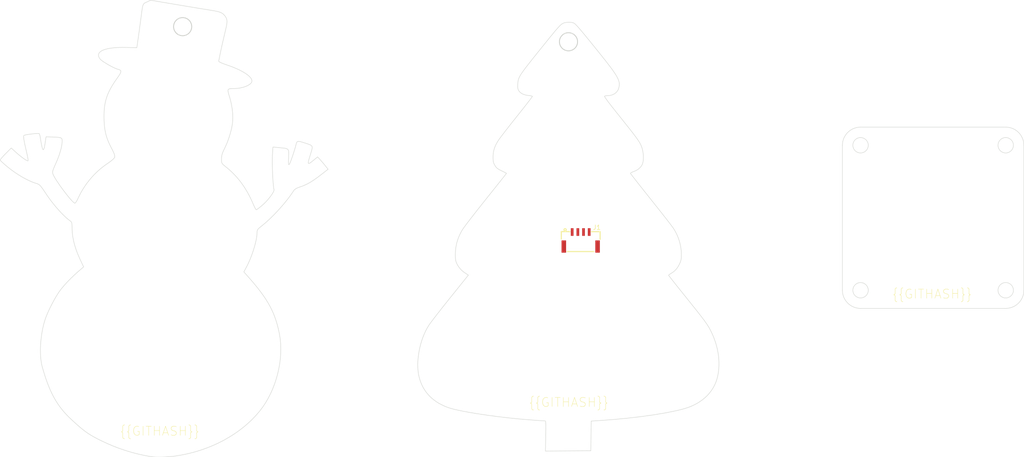
<source format=kicad_pcb>
(kicad_pcb (version 20221018) (generator pcbnew)
  (layers (0 "F.Cu" signal) (31 "B.Cu" signal) (34 "B.Paste" user) (35 "F.Paste" user) (36 "B.SilkS" user "B.Silkscreen") (37 "F.SilkS" user "F.Silkscreen") (38 "B.Mask" user) (39 "F.Mask" user) (44 "Edge.Cuts" user))
  (net 0 "")
  (net 1 "gnd")
  (net 2 "canl")
  (net 3 "canh")
  (net 4 "vcc")
  (footprint "lib:CONN-SMD_4P-P1.25_SM04B-GHS-TB-LF-SN" (layer "F.Cu") (at 163.92 102.54)
    (fp_text reference "J1" (at 3.5567 -2.607997) (layer "F.SilkS"))
    (fp_text value "")
    (fp_line (start -4.27 -1.69) (end -4.27 -0.04) (stroke (width 0.25)) (layer "F.SilkS"))
    (fp_line (start -3 2.71) (end 2.92 2.71) (stroke (width 0.25)) (layer "F.SilkS"))
    (fp_line (start -2.36 -1.69) (end -4.27 -1.69) (stroke (width 0.25)) (layer "F.SilkS"))
    (fp_line (start 2.34 -1.68) (end 4.28 -1.68) (stroke (width 0.25)) (layer "F.SilkS"))
    (fp_line (start 4.28 -1.68) (end 4.28 0.02) (stroke (width 0.25)) (layer "F.SilkS"))
    (fp_circle (center -3.44 -2.1) (end -3.32 -2.1) (stroke (width 0.25)) (fill none) (layer "F.SilkS"))
    (pad "1" smd rect (at -1.88 -1.6) (size 0.6 1.7) (layers "F.Cu" "F.Paste" "F.Mask") (net 4 "vcc"))
    (pad "2" smd rect (at -0.63 -1.6) (size 0.6 1.7) (layers "F.Cu" "F.Paste" "F.Mask") (net 3 "canh"))
    (pad "3" smd rect (at 0.62 -1.6) (size 0.6 1.7) (layers "F.Cu" "F.Paste" "F.Mask") (net 2 "canl"))
    (pad "4" smd rect (at 1.87 -1.6) (size 0.6 1.7) (layers "F.Cu" "F.Paste" "F.Mask") (net 1 "gnd"))
    (pad "5" smd rect (at 3.72 1.6) (size 1 2.7) (layers "F.Cu" "F.Paste" "F.Mask"))
    (pad "6" smd rect (at -3.72 1.6) (size 1 2.7) (layers "F.Cu" "F.Paste" "F.Mask"))
  )
  (gr_circle (center 225.62 81.79) (end 227.32 81.79) (stroke (width 0.1)) (fill none) (layer "Edge.Cuts"))
  (gr_circle (center 257.62 113.79) (end 259.32 113.79) (stroke (width 0.1)) (fill none) (layer "Edge.Cuts"))
  (gr_circle (center 257.62 81.79) (end 259.32 81.79) (stroke (width 0.1)) (fill none) (layer "Edge.Cuts"))
  (gr_poly (pts (xy 75.142222 50.797022) (xy 79.756606 51.568267) (xy 82.366969 51.99203) (xy 83.019066 52.095762) (xy 83.303876 52.146979) (xy 83.563537 52.198618) (xy 83.799806 52.251323) (xy 84.01444 52.305736) (xy 84.209196 52.362498) (xy 84.385831 52.422252) (xy 84.546102 52.485641) (xy 84.691766 52.553306) (xy 84.824581 52.62589) (xy 84.946303 52.704035) (xy 85.05869 52.788383) (xy 85.163499 52.879577) (xy 85.262486 52.978258) (xy 85.357409 53.08507) (xy 85.479286 53.234958) (xy 85.586233 53.378736) (xy 85.634185 53.44915) (xy 85.678498 53.519015) (xy 85.719202 53.588656) (xy 85.75633 53.658402) (xy 85.789911 53.728576) (xy 85.819976 53.799506) (xy 85.846558 53.871517) (xy 85.869686 53.944936) (xy 85.889392 54.020089) (xy 85.905707 54.097301) (xy 85.918662 54.176899) (xy 85.928287 54.259209) (xy 85.934615 54.344557) (xy 85.937675 54.433269) (xy 85.937499 54.525672) (xy 85.934119 54.62209) (xy 85.927564 54.722851) (xy 85.917866 54.82828) (xy 85.889166 55.054449) (xy 85.848266 55.303204) (xy 85.795414 55.577155) (xy 85.730859 55.878909) (xy 85.654849 56.211077) (xy 84.878546 59.55341) (xy 84.657875 60.550977) (xy 84.450892 61.532488) (xy 84.331406 62.116419) (xy 84.229648 62.629765) (xy 84.15639 63.017063) (xy 84.122409 63.222849) (xy 84.123062 63.236814) (xy 84.127967 63.251873) (xy 84.137065 63.268001) (xy 84.150302 63.285171) (xy 84.167619 63.303357) (xy 84.188962 63.322534) (xy 84.214273 63.342674) (xy 84.243497 63.363751) (xy 84.313454 63.408613) (xy 84.398381 63.456909) (xy 84.497828 63.50843) (xy 84.611342 63.562966) (xy 84.738473 63.620306) (xy 84.878767 63.680241) (xy 85.031775 63.742561) (xy 85.197043 63.807056) (xy 85.374121 63.873515) (xy 85.562558 63.94173) (xy 85.7619 64.011489) (xy 85.971698 64.082583) (xy 86.585981 64.296029) (xy 87.172975 64.516947) (xy 87.730729 64.744054) (xy 88.257293 64.976069) (xy 88.75072 65.211708) (xy 89.209058 65.449689) (xy 89.63036 65.68873) (xy 90.012676 65.927548) (xy 90.354056 66.16486) (xy 90.652552 66.399385) (xy 90.906214 66.629839) (xy 91.113092 66.85494) (xy 91.271238 67.073405) (xy 91.378702 67.283953) (xy 91.412819 67.385857) (xy 91.433535 67.485301) (xy 91.440605 67.582123) (xy 91.433787 67.676165) (xy 91.41712 67.753004) (xy 91.390362 67.829368) (xy 91.35383 67.905131) (xy 91.307839 67.980165) (xy 91.252707 68.054343) (xy 91.188749 68.12754) (xy 91.116281 68.199626) (xy 91.03562 68.270477) (xy 90.947082 68.339964) (xy 90.850984 68.407961) (xy 90.747641 68.47434) (xy 90.637371 68.538975) (xy 90.520488 68.601739) (xy 90.39731 68.662505) (xy 90.268153 68.721145) (xy 90.133332 68.777534) (xy 89.993165 68.831543) (xy 89.847967 68.883047) (xy 89.543745 68.978027) (xy 89.223197 69.06146) (xy 88.888852 69.132329) (xy 88.54324 69.189618) (xy 88.188892 69.232313) (xy 88.009232 69.24787) (xy 87.828337 69.259397) (xy 87.646523 69.266767) (xy 87.464106 69.269854) (xy 87.202959 69.272042) (xy 86.97453 69.277492) (xy 86.777472 69.288473) (xy 86.690288 69.296746) (xy 86.610443 69.307253) (xy 86.537768 69.320276) (xy 86.472096 69.3361) (xy 86.413258 69.355009) (xy 86.361087 69.377285) (xy 86.315414 69.403211) (xy 86.276071 69.433073) (xy 86.24289 69.467154) (xy 86.215703 69.505736) (xy 86.194342 69.549103) (xy 86.178638 69.59754) (xy 86.168424 69.65133) (xy 86.163532 69.710755) (xy 86.163793 69.776101) (xy 86.169039 69.847649) (xy 86.179102 69.925685) (xy 86.193814 70.010491) (xy 86.236514 70.20155) (xy 86.295792 70.423093) (xy 86.370304 70.677389) (xy 86.458705 70.966708) (xy 86.582128 71.384478) (xy 86.694998 71.803093) (xy 86.797211 72.221567) (xy 86.888665 72.638919) (xy 86.969257 73.054166) (xy 87.038885 73.466323) (xy 87.097447 73.874409) (xy 87.144838 74.277439) (xy 87.180958 74.674432) (xy 87.205702 75.064404) (xy 87.21897 75.446371) (xy 87.220657 75.819352) (xy 87.210662 76.182361) (xy 87.188881 76.534418) (xy 87.155212 76.874538) (xy 87.109553 77.201739) (xy 86.986123 77.871628) (xy 86.830027 78.558912) (xy 86.643845 79.255662) (xy 86.430157 79.953949) (xy 86.19154 80.645848) (xy 85.930575 81.323429) (xy 85.649841 81.978766) (xy 85.351916 82.60393) (xy 85.189192 82.938586) (xy 85.118752 83.093315) (xy 85.055229 83.240939) (xy 84.998352 83.382431) (xy 84.947849 83.518761) (xy 84.903447 83.650903) (xy 84.864875 83.779828) (xy 84.831859 83.906506) (xy 84.804129 84.031911) (xy 84.781412 84.157013) (xy 84.763435 84.282785) (xy 84.749927 84.410197) (xy 84.740615 84.540223) (xy 84.735228 84.673833) (xy 84.733493 84.811999) (xy 84.736223 85.129082) (xy 84.741369 85.261496) (xy 84.750575 85.379459) (xy 84.764997 85.485194) (xy 84.774524 85.534172) (xy 84.785789 85.580928) (xy 84.798934 85.625739) (xy 84.814106 85.668884) (xy 84.831447 85.710641) (xy 84.851104 85.751288) (xy 84.873219 85.791103) (xy 84.897937 85.830364) (xy 84.925403 85.869349) (xy 84.955761 85.908337) (xy 84.989155 85.947605) (xy 85.02573 85.987432) (xy 85.109 86.069873) (xy 85.206725 86.157886) (xy 85.320061 86.253696) (xy 85.598185 86.477602) (xy 86.096863 86.886277) (xy 86.577755 87.306529) (xy 87.04138 87.739064) (xy 87.488258 88.184586) (xy 87.918909 88.6438) (xy 88.333852 89.117412) (xy 88.733607 89.606125) (xy 89.118694 90.110646) (xy 89.489632 90.631678) (xy 89.846941 91.169927) (xy 90.19114 91.726098) (xy 90.52275 92.300895) (xy 90.84229 92.895024) (xy 91.150279 93.509189) (xy 91.447237 94.144095) (xy 91.733683 94.800448) (xy 91.84059 95.047283) (xy 91.945802 95.277558) (xy 92.046625 95.486234) (xy 92.140364 95.668271) (xy 92.224324 95.818627) (xy 92.295813 95.932265) (xy 92.326039 95.973739) (xy 92.352136 96.004143) (xy 92.373767 96.022848) (xy 92.382804 96.027616) (xy 92.390597 96.029223) (xy 92.399173 96.028006) (xy 92.410522 96.024397) (xy 92.441219 96.010237) (xy 92.482045 95.987221) (xy 92.53236 95.955824) (xy 92.591521 95.916524) (xy 92.658887 95.869798) (xy 92.815666 95.755976) (xy 92.997564 95.618173) (xy 93.199447 95.460204) (xy 93.416182 95.285885) (xy 93.642634 95.099032) (xy 93.891007 94.882848) (xy 94.141366 94.648628) (xy 94.390948 94.400061) (xy 94.636991 94.140836) (xy 94.87673 93.874641) (xy 95.107403 93.605164) (xy 95.326247 93.336095) (xy 95.530498 93.071122) (xy 95.717394 92.813933) (xy 95.884171 92.568218) (xy 96.028066 92.337665) (xy 96.146316 92.125962) (xy 96.236159 91.936798) (xy 96.294829 91.773863) (xy 96.311612 91.703383) (xy 96.319566 91.640844) (xy 96.318345 91.586706) (xy 96.307605 91.54143) (xy 96.264441 91.378418) (xy 96.221593 91.121805) (xy 96.138989 90.373142) (xy 96.064068 89.386161) (xy 96.001109 88.251583) (xy 95.954389 87.060129) (xy 95.928186 85.902519) (xy 95.926777 84.869474) (xy 95.95444 84.051714) (xy 96.07471 82.177477) (xy 97.36716 82.304781) (xy 98.13507 82.379263) (xy 98.441266 82.413109) (xy 98.700599 82.449744) (xy 98.916803 82.492956) (xy 99.009898 82.518212) (xy 99.09361 82.546534) (xy 99.168406 82.578395) (xy 99.234753 82.614268) (xy 99.293117 82.654627) (xy 99.343964 82.699946) (xy 99.387763 82.750698) (xy 99.424978 82.807357) (xy 99.456076 82.870396) (xy 99.481525 82.94029) (xy 99.501791 83.017511) (xy 99.51734 83.102533) (xy 99.536155 83.297877) (xy 99.541702 83.530109) (xy 99.537716 83.803018) (xy 99.51607 84.486025) (xy 99.501811 85.019341) (xy 99.495778 85.429631) (xy 99.49953 85.727933) (xy 99.505563 85.838537) (xy 99.514626 85.925284) (xy 99.526915 85.989553) (xy 99.542625 86.032723) (xy 99.551823 86.046828) (xy 99.56195 86.056175) (xy 99.573029 86.060938) (xy 99.585085 86.061289) (xy 99.612224 86.049443) (xy 99.643564 86.022019) (xy 99.679299 85.980395) (xy 99.719623 85.925951) (xy 99.770963 85.835961) (xy 99.83738 85.6921) (xy 100.00736 85.267042) (xy 100.213404 84.699332) (xy 100.439353 84.037526) (xy 100.669049 83.330178) (xy 100.886332 82.625845) (xy 101.075044 81.973082) (xy 101.219027 81.420443) (xy 101.232451 81.367288) (xy 101.246658 81.317349) (xy 101.261814 81.270604) (xy 101.278084 81.227032) (xy 101.295634 81.186611) (xy 101.314631 81.149321) (xy 101.33524 81.115138) (xy 101.357628 81.084043) (xy 101.381959 81.056013) (xy 101.4084 81.031027) (xy 101.437117 81.009064) (xy 101.468275 80.990102) (xy 101.502041 80.974119) (xy 101.538581 80.961095) (xy 101.578059 80.951007) (xy 101.620643 80.943835) (xy 101.666497 80.939556) (xy 101.715788 80.938149) (xy 101.768682 80.939594) (xy 101.825345 80.943867) (xy 101.885942 80.950949) (xy 101.950639 80.960817) (xy 102.019603 80.97345) (xy 102.092998 80.988826) (xy 102.170992 81.006924) (xy 102.253749 81.027723) (xy 102.434219 81.077337) (xy 102.635734 81.137495) (xy 102.859622 81.208025) (xy 103.581471 81.438726) (xy 103.868146 81.535185) (xy 104.108644 81.625316) (xy 104.212356 81.669476) (xy 104.305459 81.713816) (xy 104.388264 81.758923) (xy 104.461082 81.805384) (xy 104.524226 81.853787) (xy 104.578006 81.904719) (xy 104.622735 81.958768) (xy 104.658725 82.01652) (xy 104.686285 82.078563) (xy 104.705729 82.145484) (xy 104.717368 82.217871) (xy 104.721513 82.296311) (xy 104.718476 82.381392) (xy 104.708568 82.4737) (xy 104.692102 82.573823) (xy 104.669388 82.682348) (xy 104.606464 82.926954) (xy 104.522289 83.212218) (xy 104.300158 83.92351) (xy 104.076968 84.658354) (xy 103.993442 84.95378) (xy 103.929762 85.203046) (xy 103.886777 85.407528) (xy 103.865337 85.568604) (xy 103.862962 85.633296) (xy 103.866292 85.687652) (xy 103.875434 85.731846) (xy 103.890492 85.766049) (xy 103.911574 85.790433) (xy 103.938786 85.805172) (xy 103.972234 85.810436) (xy 104.012025 85.806398) (xy 104.058263 85.79323) (xy 104.111056 85.771105) (xy 104.236732 85.700671) (xy 104.3899 85.596472) (xy 104.571411 85.459887) (xy 105.02286 85.095065) (xy 105.918216 84.355181) (xy 106.388476 84.86751) (xy 106.496975 84.987739) (xy 106.625318 85.133369) (xy 106.92254 85.478508) (xy 107.242155 85.858286) (xy 107.546176 86.22806) (xy 108.2336 87.076296) (xy 106.72333 88.254687) (xy 106.031007 88.783192) (xy 105.392025 89.245391) (xy 105.089314 89.453516) (xy 104.796071 89.647331) (xy 104.511007 89.827593) (xy 104.232833 89.995056) (xy 103.960259 90.150478) (xy 103.691998 90.294613) (xy 103.426759 90.428217) (xy 103.163254 90.552046) (xy 102.900193 90.666855) (xy 102.636288 90.773401) (xy 102.370249 90.872439) (xy 102.100787 90.964724) (xy 101.955978 91.013649) (xy 101.818902 91.062832) (xy 101.689432 91.112348) (xy 101.567439 91.162273) (xy 101.452795 91.212683) (xy 101.345371 91.263651) (xy 101.245039 91.315254) (xy 101.151671 91.367567) (xy 101.065138 91.420665) (xy 100.985313 91.474624) (xy 100.912065 91.529517) (xy 100.845269 91.585421) (xy 100.784794 91.642412) (xy 100.730512 91.700563) (xy 100.682296 91.759951) (xy 100.640017 91.82065) (xy 100.313962 92.312951) (xy 99.958065 92.82026) (xy 99.575318 93.339289) (xy 99.168711 93.866747) (xy 98.741234 94.399346) (xy 98.295878 94.933795) (xy 97.835635 95.466804) (xy 97.363494 95.995083) (xy 96.882446 96.515343) (xy 96.395482 97.024295) (xy 95.905593 97.518647) (xy 95.415769 97.995111) (xy 94.929002 98.450396) (xy 94.44828 98.881213) (xy 93.976596 99.284272) (xy 93.51694 99.656283) (xy 93.364132 99.777198) (xy 93.228349 99.887118) (xy 93.108601 99.987555) (xy 93.003899 100.080022) (xy 92.913256 100.166032) (xy 92.835682 100.247098) (xy 92.770188 100.324733) (xy 92.741662 100.362737) (xy 92.715786 100.40045) (xy 92.692435 100.438062) (xy 92.671487 100.475762) (xy 92.652817 100.513738) (xy 92.636302 100.552181) (xy 92.621819 100.591279) (xy 92.609244 100.631221) (xy 92.589322 100.714395) (xy 92.575548 100.803215) (xy 92.566934 100.899195) (xy 92.56249 101.003847) (xy 92.561229 101.118685) (xy 92.548214 101.459191) (xy 92.510172 101.840399) (xy 92.448603 102.257479) (xy 92.365007 102.705605) (xy 92.260885 103.179948) (xy 92.137739 103.675679) (xy 91.997068 104.187971) (xy 91.840373 104.711996) (xy 91.669155 105.242926) (xy 91.484915 105.775933) (xy 91.289154 106.306188) (xy 91.083372 106.828864) (xy 90.86907 107.339132) (xy 90.647749 107.832164) (xy 90.420909 108.303133) (xy 90.190051 108.74721) (xy 89.658061 109.729433) (xy 90.799319 111.025652) (xy 91.552256 111.894452) (xy 92.247519 112.726345) (xy 92.887901 113.52649) (xy 93.476195 114.300047) (xy 94.015193 115.052178) (xy 94.507688 115.788042) (xy 94.956473 116.5128) (xy 95.364341 117.231612) (xy 95.734083 117.949638) (xy 96.068493 118.672038) (xy 96.370364 119.403974) (xy 96.642488 120.150605) (xy 96.887657 120.917091) (xy 97.108665 121.708593) (xy 97.308304 122.530271) (xy 97.489367 123.387286) (xy 97.659586 124.435519) (xy 97.764545 125.512723) (xy 97.805707 126.613102) (xy 97.784533 127.73086) (xy 97.702485 128.860202) (xy 97.561026 129.995332) (xy 97.361618 131.130454) (xy 97.105722 132.259774) (xy 96.794801 133.377494) (xy 96.430316 134.47782) (xy 96.01373 135.554956) (xy 95.546505 136.603107) (xy 95.030102 137.616476) (xy 94.465984 138.589268) (xy 93.855613 139.515689) (xy 93.20045 140.389941) (xy 92.386005 141.350273) (xy 91.510226 142.273552) (xy 90.576227 143.158109) (xy 89.587122 144.002278) (xy 88.546024 144.80439) (xy 87.456048 145.562779) (xy 86.320308 146.275777) (xy 85.141916 146.941716) (xy 83.923988 147.558929) (xy 82.669636 148.125749) (xy 81.381976 148.640508) (xy 80.06412 149.101539) (xy 78.719182 149.507174) (xy 77.350277 149.855747) (xy 75.960518 150.145589) (xy 74.553019 150.375033) (xy 73.862872 150.459306) (xy 73.131633 150.525975) (xy 72.383923 150.574372) (xy 71.644361 150.603827) (xy 70.93757 150.613671) (xy 70.288169 150.603235) (xy 69.720779 150.57185) (xy 69.475532 150.548093) (xy 69.26002 150.518847) (xy 69.260051 150.518832) (xy 67.831835 150.262486) (xy 66.416949 149.953785) (xy 65.016193 149.592984) (xy 63.630368 149.180338) (xy 62.260274 148.716103) (xy 60.90671 148.200532) (xy 59.570477 147.633881) (xy 58.252375 147.016405) (xy 57.283074 146.528505) (xy 56.847829 146.298277) (xy 56.438641 146.072324) (xy 56.050351 145.846994) (xy 55.6778 145.618633) (xy 55.315827 145.383588) (xy 54.959273 145.138205) (xy 54.602979 144.87883) (xy 54.241783 144.601811) (xy 53.870528 144.303492) (xy 53.484054 143.980222) (xy 52.644807 143.244211) (xy 51.682765 142.36455) (xy 51.097036 141.804159) (xy 50.54538 141.238954) (xy 50.025658 140.665073) (xy 49.535731 140.078649) (xy 49.07346 139.475819) (xy 48.636705 138.852719) (xy 48.223328 138.205483) (xy 47.831189 137.530249) (xy 47.458149 136.823151) (xy 47.10207 136.080325) (xy 46.760812 135.297907) (xy 46.432236 134.472032) (xy 46.114202 133.598836) (xy 45.804573 132.674455) (xy 45.501208 131.695024) (xy 45.201968 130.656679) (xy 45.078569 130.147371) (xy 44.978794 129.594224) (xy 44.90231 129.00242) (xy 44.848785 128.377144) (xy 44.817886 127.723579) (xy 44.809281 127.046907) (xy 44.822637 126.352311) (xy 44.857621 125.644974) (xy 44.913901 124.93008) (xy 44.991145 124.212811) (xy 45.089019 123.498351) (xy 45.207191 122.791883) (xy 45.345328 122.098589) (xy 45.503099 121.423652) (xy 45.68017 120.772256) (xy 45.876208 120.149584) (xy 46.005143 119.787909) (xy 46.154924 119.401263) (xy 46.508073 118.570286) (xy 46.917749 117.69111) (xy 47.366047 116.79819) (xy 47.83506 115.92598) (xy 48.306883 115.108937) (xy 48.76361 114.381515) (xy 48.980717 114.062179) (xy 49.187335 113.77817) (xy 49.387433 113.519297) (xy 49.599256 113.255538) (xy 50.056372 112.715109) (xy 50.555279 112.160374) (xy 51.092575 111.594824) (xy 51.664855 111.021952) (xy 52.268718 110.445248) (xy 52.900758 109.868205) (xy 53.557574 109.294314) (xy 54.329783 108.634142) (xy 53.616031 107.110232) (xy 53.390001 106.6154) (xy 53.179365 106.128819) (xy 52.984012 105.650049) (xy 52.803829 105.178652) (xy 52.638704 104.71419) (xy 52.488525 104.256224) (xy 52.353181 103.804315) (xy 52.232559 103.358025) (xy 52.126547 102.916915) (xy 52.035034 102.480548) (xy 51.957906 102.048484) (xy 51.895053 101.620284) (xy 51.846363 101.195511) (xy 51.811722 100.773726) (xy 51.79102 100.35449) (xy 51.784144 99.937365) (xy 51.780657 99.620612) (xy 51.776007 99.482669) (xy 51.769161 99.357285) (xy 51.759927 99.243666) (xy 51.748111 99.141014) (xy 51.733519 99.048534) (xy 51.715958 98.96543) (xy 51.695233 98.890904) (xy 51.671153 98.824161) (xy 51.643523 98.764406) (xy 51.612149 98.71084) (xy 51.576839 98.662669) (xy 51.537399 98.619096) (xy 51.493635 98.579325) (xy 51.445353 98.542559) (xy 51.149902 98.324092) (xy 50.839064 98.073347) (xy 50.514896 97.792628) (xy 50.179453 97.484238) (xy 49.834791 97.150482) (xy 49.482966 96.793665) (xy 49.126033 96.41609) (xy 48.766047 96.020062) (xy 48.405065 95.607885) (xy 48.045142 95.181864) (xy 47.688333 94.744302) (xy 47.336694 94.297504) (xy 46.992281 93.843774) (xy 46.657149 93.385417) (xy 46.333354 92.924737) (xy 46.022952 92.464037) (xy 45.611719 91.844971) (xy 45.279782 91.362091) (xy 45.137757 91.165551) (xy 45.008606 90.995655) (xy 44.89001 90.849933) (xy 44.779654 90.725918) (xy 44.675221 90.621143) (xy 44.574392 90.533138) (xy 44.474852 90.459437) (xy 44.374284 90.397571) (xy 44.27037 90.345073) (xy 44.160793 90.299474) (xy 44.043237 90.258307) (xy 43.915385 90.219103) (xy 43.593888 90.117525) (xy 43.255864 89.996009) (xy 42.903268 89.855657) (xy 42.538058 89.697573) (xy 42.162189 89.522858) (xy 41.777618 89.332616) (xy 41.386301 89.127951) (xy 40.990194 88.909964) (xy 40.591254 88.679759) (xy 40.191438 88.438438) (xy 39.792701 88.187105) (xy 39.396999 87.926862) (xy 39.00629 87.658812) (xy 38.622529 87.384058) (xy 38.247673 87.103703) (xy 37.883677 86.81885) (xy 37.49456 86.502783) (xy 37.131548 86.199554) (xy 36.802586 85.916398) (xy 36.515619 85.660548) (xy 36.278593 85.439239) (xy 36.099452 85.259705) (xy 36.034071 85.187865) (xy 35.986141 85.129182) (xy 35.956654 85.08456) (xy 35.946605 85.054903) (xy 35.948192 85.042433) (xy 35.952903 85.026953) (xy 35.971384 84.987332) (xy 36.001425 84.936776) (xy 36.042403 84.876021) (xy 36.093695 84.805804) (xy 36.154681 84.726859) (xy 36.224736 84.639924) (xy 36.303239 84.545735) (xy 36.389567 84.445026) (xy 36.483097 84.338536) (xy 36.689276 84.11115) (xy 36.916796 83.869466) (xy 37.037003 83.745102) (xy 37.160678 83.619372) (xy 38.374759 82.395922) (xy 39.365809 83.301684) (xy 39.814301 83.698656) (xy 40.266196 84.075272) (xy 40.704205 84.419302) (xy 41.111041 84.718514) (xy 41.469414 84.960676) (xy 41.625024 85.056541) (xy 41.762035 85.133557) (xy 41.878286 85.190195) (xy 41.971615 85.224926) (xy 42.039863 85.236222) (xy 42.063905 85.232603) (xy 42.080867 85.222552) (xy 42.085566 85.215268) (xy 42.089233 85.203934) (xy 42.093537 85.169549) (xy 42.093921 85.120268) (xy 42.090523 85.056964) (xy 42.083485 84.98051) (xy 42.072948 84.891778) (xy 42.059051 84.79164) (xy 42.041937 84.68097) (xy 41.998614 84.43152) (xy 41.944105 84.150408) (xy 41.879534 83.844615) (xy 41.806025 83.52112) (xy 41.578977 82.541169) (xy 41.399614 81.732306) (xy 41.265507 81.079136) (xy 41.174225 80.56626) (xy 41.123338 80.17828) (xy 41.112283 80.026315) (xy 41.110416 79.899799) (xy 41.117432 79.796809) (xy 41.133029 79.71542) (xy 41.156901 79.653706) (xy 41.188746 79.609743) (xy 41.213078 79.592846) (xy 41.252556 79.575085) (xy 41.372962 79.537437) (xy 41.541984 79.497733) (xy 41.751641 79.456905) (xy 42.26094 79.37561) (xy 42.837013 79.301016) (xy 43.416018 79.240586) (xy 43.934111 79.201782) (xy 44.150364 79.192822) (xy 44.327447 79.192067) (xy 44.45738 79.20045) (xy 44.532183 79.218905) (xy 44.538527 79.223215) (xy 44.545097 79.229471) (xy 44.551878 79.23762) (xy 44.558855 79.247608) (xy 44.573336 79.272888) (xy 44.588416 79.304879) (xy 44.603974 79.343154) (xy 44.619887 79.387282) (xy 44.636031 79.436835) (xy 44.652284 79.491383) (xy 44.668525 79.550496) (xy 44.684629 79.613746) (xy 44.700475 79.680703) (xy 44.715939 79.750937) (xy 44.7309 79.82402) (xy 44.745234 79.899521) (xy 44.75882 79.977012) (xy 44.771533 80.056063) (xy 44.946351 81.130774) (xy 45.025944 81.564983) (xy 45.101061 81.931234) (xy 45.172253 82.230134) (xy 45.24007 82.462288) (xy 45.305063 82.628302) (xy 45.336673 82.686696) (xy 45.367783 82.728781) (xy 45.398463 82.754634) (xy 45.428781 82.764331) (xy 45.458807 82.757947) (xy 45.488608 82.735557) (xy 45.518254 82.697238) (xy 45.547814 82.643066) (xy 45.606951 82.487462) (xy 45.666568 82.269351) (xy 45.727218 81.98934) (xy 45.78945 81.648032) (xy 45.853816 81.246035) (xy 46.055377 79.918581) (xy 47.417926 79.96628) (xy 48.109143 79.993687) (xy 48.392021 80.009194) (xy 48.636741 80.027435) (xy 48.846051 80.049559) (xy 49.022696 80.076715) (xy 49.169424 80.110051) (xy 49.288982 80.150717) (xy 49.339431 80.174158) (xy 49.384117 80.199861) (xy 49.423385 80.227972) (xy 49.457577 80.258632) (xy 49.487036 80.291987) (xy 49.512107 80.32818) (xy 49.533132 80.367353) (xy 49.550455 80.409652) (xy 49.575367 80.504197) (xy 49.589592 80.612965) (xy 49.595876 80.737105) (xy 49.596965 80.877764) (xy 49.590289 81.099803) (xy 49.571905 81.336737) (xy 49.542029 81.587807) (xy 49.500879 81.852253) (xy 49.448672 82.129318) (xy 49.385623 82.418243) (xy 49.311951 82.718269) (xy 49.227873 83.028637) (xy 49.133604 83.34859) (xy 49.029362 83.677367) (xy 48.915364 84.014212) (xy 48.791827 84.358364) (xy 48.658967 84.709065) (xy 48.517002 85.065558) (xy 48.366148 85.427082) (xy 48.206622 85.792879) (xy 47.949769 86.374791) (xy 47.755997 86.832451) (xy 47.68104 87.021721) (xy 47.619784 87.188367) (xy 47.571537 87.335205) (xy 47.535609 87.465048) (xy 47.511311 87.580709) (xy 47.497952 87.685002) (xy 47.494842 87.78074) (xy 47.501291 87.870737) (xy 47.516609 87.957807) (xy 47.540106 88.044763) (xy 47.571091 88.134418) (xy 47.608874 88.229586) (xy 47.761079 88.551834) (xy 47.975096 88.939463) (xy 48.241913 89.380584) (xy 48.55252 89.863307) (xy 49.269066 90.905997) (xy 50.052651 91.972411) (xy 50.831193 92.967426) (xy 51.196047 93.408433) (xy 51.532609 93.795921) (xy 51.831869 94.117998) (xy 52.084818 94.362774) (xy 52.282443 94.518359) (xy 52.357694 94.558989) (xy 52.415736 94.572863) (xy 52.426811 94.571375) (xy 52.439084 94.56696) (xy 52.452509 94.559691) (xy 52.467041 94.549641) (xy 52.482633 94.536883) (xy 52.499239 94.521489) (xy 52.516813 94.503532) (xy 52.535309 94.483086) (xy 52.574881 94.435018) (xy 52.617586 94.377866) (xy 52.663055 94.312214) (xy 52.710918 94.238646) (xy 52.760808 94.157745) (xy 52.812354 94.070093) (xy 52.865187 93.976276) (xy 52.918939 93.876875) (xy 52.97324 93.772474) (xy 53.02772 93.663657) (xy 53.082012 93.551007) (xy 53.135745 93.435107) (xy 53.405424 92.869327) (xy 53.69623 92.311615) (xy 54.007442 91.76282) (xy 54.338342 91.223792) (xy 54.688208 90.695381) (xy 55.05632 90.178436) (xy 55.441958 89.673808) (xy 55.844402 89.182347) (xy 56.262932 88.704901) (xy 56.696828 88.242322) (xy 57.145369 87.795459) (xy 57.607836 87.365163) (xy 58.083508 86.952281) (xy 58.571665 86.557666) (xy 59.071586 86.182166) (xy 59.582553 85.826632) (xy 59.914962 85.598282) (xy 60.214172 85.3804) (xy 60.477869 85.17504) (xy 60.595674 85.077698) (xy 60.703732 84.984257) (xy 60.801753 84.894974) (xy 60.889447 84.810106) (xy 60.966524 84.72991) (xy 61.032694 84.654642) (xy 61.087669 84.584559) (xy 61.131158 84.519919) (xy 61.162872 84.460977) (xy 61.182521 84.407992) (xy 61.189444 84.378526) (xy 61.194656 84.347449) (xy 61.198136 84.314702) (xy 61.199864 84.280227) (xy 61.197977 84.205863) (xy 61.188829 84.123892) (xy 61.172254 84.033852) (xy 61.148084 83.935279) (xy 61.116154 83.82771) (xy 61.076297 83.71068) (xy 61.028345 83.583727) (xy 60.972134 83.446388) (xy 60.907495 83.298197) (xy 60.834263 83.138693) (xy 60.75227 82.967412) (xy 60.661351 82.783889) (xy 60.561339 82.587662) (xy 60.452067 82.378268) (xy 60.237971 81.961359) (xy 60.041673 81.555601) (xy 59.862568 81.158484) (xy 59.700049 80.767498) (xy 59.553508 80.380135) (xy 59.422339 79.993885) (xy 59.305935 79.60624) (xy 59.203689 79.21469) (xy 59.114995 78.816725) (xy 59.039245 78.409838) (xy 58.975833 77.991518) (xy 58.924151 77.559256) (xy 58.883594 77.110544) (xy 58.853553 76.642872) (xy 58.833423 76.153731) (xy 58.822596 75.640612) (xy 58.82378 75.019765) (xy 58.843433 74.425285) (xy 58.882591 73.854032) (xy 58.942291 73.302869) (xy 59.023569 72.768658) (xy 59.127459 72.248262) (xy 59.255 71.738542) (xy 59.407225 71.236361) (xy 59.585172 70.73858) (xy 59.789877 70.242062) (xy 60.022374 69.743669) (xy 60.283701 69.240263) (xy 60.574893 68.728705) (xy 60.896986 68.205859) (xy 61.251015 67.668586) (xy 61.638018 67.113749) (xy 61.84244 66.825076) (xy 62.020375 66.566593) (xy 62.17201 66.336298) (xy 62.29753 66.132187) (xy 62.397121 65.95226) (xy 62.470968 65.794512) (xy 62.498296 65.72333) (xy 62.519258 65.656942) (xy 62.533877 65.595098) (xy 62.542176 65.537547) (xy 62.544179 65.484039) (xy 62.539908 65.434323) (xy 62.529387 65.388151) (xy 62.512639 65.34527) (xy 62.489688 65.305431) (xy 62.460556 65.268384) (xy 62.425267 65.233878) (xy 62.383844 65.201662) (xy 62.33631 65.171487) (xy 62.282689 65.143103) (xy 62.157276 65.090703) (xy 62.007792 65.042459) (xy 61.834422 64.996371) (xy 61.657986 64.943069) (xy 61.445562 64.862593) (xy 61.203024 64.758325) (xy 60.93625 64.633653) (xy 60.353499 64.336631) (xy 59.744319 63.998608) (xy 59.155721 63.646664) (xy 58.634716 63.307879) (xy 58.414252 63.151884) (xy 58.228316 63.009334) (xy 58.082783 62.883614) (xy 57.983531 62.778109) (xy 57.869943 62.622242) (xy 57.777351 62.470362) (xy 57.705558 62.322559) (xy 57.654369 62.178917) (xy 57.623588 62.039526) (xy 57.613018 61.904471) (xy 57.622463 61.773839) (xy 57.651728 61.647718) (xy 57.700616 61.526195) (xy 57.768931 61.409356) (xy 57.856477 61.297289) (xy 57.963058 61.190081) (xy 58.088479 61.087819) (xy 58.232542 60.99059) (xy 58.395052 60.89848) (xy 58.575812 60.811578) (xy 58.774627 60.72997) (xy 58.991301 60.653743) (xy 59.225638 60.582984) (xy 59.477441 60.51778) (xy 59.746514 60.458218) (xy 60.032661 60.404385) (xy 60.335687 60.356369) (xy 60.655395 60.314256) (xy 60.991589 60.278134) (xy 61.344073 60.248089) (xy 61.712651 60.224208) (xy 62.097127 60.20658) (xy 62.497305 60.195289) (xy 62.912988 60.190424) (xy 63.343981 60.192072) (xy 63.790088 60.20032) (xy 66.056857 60.258219) (xy 66.273486 58.80189) (xy 66.542465 56.891029) (xy 66.884944 54.341891) (xy 67.190183 52.053843) (xy 67.248082 51.679802) (xy 67.303557 51.37005) (xy 67.359078 51.117137) (xy 67.417116 50.913616) (xy 67.48014 50.752035) (xy 67.55062 50.624945) (xy 67.631027 50.524898) (xy 67.72383 50.444442) (xy 67.831501 50.37613) (xy 67.956508 50.312512) (xy 68.268412 50.169558) (xy 69.100734 49.778315)) (stroke (width 0.1)) (fill none) (layer "Edge.Cuts"))
  (gr_arc (start 261.62 113.79) (mid 260.448427 116.618427) (end 257.62 117.79) (stroke (width 0.1)) (layer "Edge.Cuts"))
  (gr_arc (start 225.62 117.79) (mid 222.791573 116.618427) (end 221.62 113.79) (stroke (width 0.1)) (layer "Edge.Cuts"))
  (gr_line (start 261.62 113.79) (end 261.62 81.79) (stroke (width 0.1)) (layer "Edge.Cuts"))
  (gr_circle (center 161.229974 58.946031) (end 163.229974 58.946031) (stroke (width 0.2)) (fill none) (layer "Edge.Cuts"))
  (gr_line (start 221.62 81.79) (end 221.62 113.79) (stroke (width 0.1)) (layer "Edge.Cuts"))
  (gr_arc (start 257.62 77.79) (mid 260.448427 78.961573) (end 261.62 81.79) (stroke (width 0.1)) (layer "Edge.Cuts"))
  (gr_poly (pts (xy 161.429183 54.643361) (xy 161.588699 54.648976) (xy 161.743405 54.660128) (xy 161.8913 54.67685) (xy 162.030385 54.699174) (xy 162.158659 54.727132) (xy 162.274122 54.760758) (xy 162.374774 54.800082) (xy 162.418214 54.822065) (xy 162.465501 54.850416) (xy 162.517128 54.885713) (xy 162.573587 54.928531) (xy 162.702967 55.039035) (xy 162.857578 55.186538) (xy 163.041357 55.37565) (xy 163.258241 55.610981) (xy 163.512165 55.897139) (xy 163.807067 56.238735) (xy 164.146884 56.640378) (xy 164.53555 57.106678) (xy 164.977005 57.642244) (xy 165.475183 58.251687) (xy 166.657456 59.710639) (xy 168.113864 61.520411) (xy 169.490282 63.25197) (xy 170.562092 64.650979) (xy 170.993296 65.243203) (xy 171.359779 65.7732) (xy 171.665351 66.247941) (xy 171.913823 66.674396) (xy 172.109006 67.059535) (xy 172.254708 67.41033) (xy 172.354741 67.733749) (xy 172.412915 68.036764) (xy 172.433041 68.326344) (xy 172.418927 68.609461) (xy 172.374385 68.893084) (xy 172.303226 69.184183) (xy 172.274597 69.278158) (xy 172.242 69.369887) (xy 172.205507 69.459324) (xy 172.165188 69.546423) (xy 172.121114 69.631137) (xy 172.073357 69.713419) (xy 172.021987 69.793223) (xy 171.967076 69.870502) (xy 171.908694 69.945208) (xy 171.846914 70.017296) (xy 171.781806 70.08672) (xy 171.71344 70.153431) (xy 171.641889 70.217383) (xy 171.567223 70.278531) (xy 171.489513 70.336826) (xy 171.408831 70.392223) (xy 171.325247 70.444674) (xy 171.238833 70.494134) (xy 171.14966 70.540554) (xy 171.057799 70.58389) (xy 170.96332 70.624093) (xy 170.866295 70.661118) (xy 170.766796 70.694917) (xy 170.664893 70.725444) (xy 170.560657 70.752652) (xy 170.45416 70.776495) (xy 170.345472 70.796926) (xy 170.234664 70.813898) (xy 170.121809 70.827364) (xy 170.006976 70.837278) (xy 169.890237 70.843593) (xy 169.771663 70.846262) (xy 169.726607 70.847177) (xy 169.681188 70.849133) (xy 169.590479 70.855957) (xy 169.501974 70.8663) (xy 169.418107 70.879728) (xy 169.378675 70.887463) (xy 169.341315 70.895806) (xy 169.306334 70.904703) (xy 169.274034 70.9141) (xy 169.244721 70.923942) (xy 169.218699 70.934176) (xy 169.196272 70.944746) (xy 169.177745 70.955599) (xy 169.171643 70.965792) (xy 169.172154 70.983757) (xy 169.17922 71.009417) (xy 169.192785 71.042693) (xy 169.239181 71.131786) (xy 169.310885 71.250417) (xy 169.407439 71.397965) (xy 169.528385 71.573811) (xy 169.673265 71.777334) (xy 169.841623 72.007915) (xy 170.246938 72.547768) (xy 170.740668 73.18841) (xy 171.319154 73.924882) (xy 171.978732 74.752222) (xy 174.641332 78.093405) (xy 175.537111 79.246786) (xy 176.200008 80.134787) (xy 176.673118 80.816979) (xy 176.99954 81.352933) (xy 177.222371 81.802218) (xy 177.384708 82.224406) (xy 177.462833 82.472098) (xy 177.531331 82.72855) (xy 177.59016 82.991701) (xy 177.639284 83.259489) (xy 177.678662 83.529854) (xy 177.708257 83.800735) (xy 177.728028 84.070071) (xy 177.737937 84.335802) (xy 177.737946 84.595867) (xy 177.728014 84.848205) (xy 177.708104 85.090755) (xy 177.678176 85.321456) (xy 177.638191 85.538248) (xy 177.588111 85.739069) (xy 177.527896 85.92186) (xy 177.457507 86.084559) (xy 177.391656 86.207668) (xy 177.318059 86.327563) (xy 177.236853 86.444134) (xy 177.148173 86.557272) (xy 177.052156 86.666869) (xy 176.948938 86.772814) (xy 176.838657 86.874999) (xy 176.721448 86.973315) (xy 176.597448 87.067652) (xy 176.466794 87.157903) (xy 176.32962 87.243956) (xy 176.186065 87.325705) (xy 176.036265 87.403039) (xy 175.880355 87.475849) (xy 175.718473 87.544027) (xy 175.550754 87.607462) (xy 175.482045 87.632835) (xy 175.415483 87.658969) (xy 175.351405 87.685667) (xy 175.290146 87.712731) (xy 175.23204 87.739963) (xy 175.177423 87.767164) (xy 175.126631 87.794136) (xy 175.079997 87.820681) (xy 175.037859 87.846601) (xy 175.00055 87.871698) (xy 174.968407 87.895773) (xy 174.941764 87.918629) (xy 174.920956 87.940066) (xy 174.90632 87.959888) (xy 174.898189 87.977896) (xy 174.896668 87.986157) (xy 174.8969 87.993891) (xy 174.922027 88.037315) (xy 174.991394 88.135797) (xy 175.25375 88.486297) (xy 176.209258 89.720013) (xy 177.617844 91.508896) (xy 179.333926 93.666804) (xy 181.092323 95.879526) (xy 182.616098 97.817656) (xy 183.742073 99.272256) (xy 184.307071 100.034388) (xy 184.515284 100.360502) (xy 184.7117 100.694247) (xy 184.896111 101.034954) (xy 185.068309 101.381957) (xy 185.228084 101.734588) (xy 185.375229 102.092181) (xy 185.509535 102.454068) (xy 185.630794 102.819582) (xy 185.738797 103.188056) (xy 185.833335 103.558822) (xy 185.914201 103.931214) (xy 185.981186 104.304563) (xy 186.034081 104.678204) (xy 186.072678 105.051468) (xy 186.096768 105.423689) (xy 186.106143 105.794199) (xy 186.105091 106.172735) (xy 186.095928 106.491761) (xy 186.087599 106.633067) (xy 186.076394 106.764426) (xy 186.062032 106.887483) (xy 186.044229 107.003882) (xy 186.022703 107.115265) (xy 185.997171 107.223277) (xy 185.967351 107.329562) (xy 185.932961 107.435763) (xy 185.893716 107.543524) (xy 185.849336 107.654488) (xy 185.744037 107.892603) (xy 185.654537 108.079442) (xy 185.563285 108.257402) (xy 185.469989 108.426825) (xy 185.374358 108.588053) (xy 185.276102 108.741425) (xy 185.174928 108.887283) (xy 185.070547 109.025968) (xy 184.962667 109.15782) (xy 184.850997 109.283181) (xy 184.735246 109.402392) (xy 184.615122 109.515794) (xy 184.490336 109.623727) (xy 184.360596 109.726532) (xy 184.22561 109.824551) (xy 184.085088 109.918125) (xy 183.938739 110.007593) (xy 183.810996 110.084401) (xy 183.691836 110.159793) (xy 183.583867 110.231854) (xy 183.489696 110.298666) (xy 183.41193 110.358313) (xy 183.380014 110.384851) (xy 183.353176 110.408878) (xy 183.331744 110.430155) (xy 183.316042 110.448443) (xy 183.306397 110.463502) (xy 183.303947 110.469746) (xy 183.303134 110.475092) (xy 183.318272 110.503511) (xy 183.362609 110.567965) (xy 183.532916 110.797359) (xy 183.802115 111.148045) (xy 184.158269 111.604794) (xy 185.08369 112.775559) (xy 186.213672 114.187815) (xy 189.362188 118.120691) (xy 190.402126 119.447898) (xy 191.169656 120.462983) (xy 191.727633 121.251467) (xy 192.13891 121.898876) (xy 192.466342 122.490732) (xy 192.772785 123.112559) (xy 193.051147 123.726705) (xy 193.303988 124.346147) (xy 193.531154 124.969731) (xy 193.732492 125.596305) (xy 193.907848 126.224716) (xy 194.05707 126.853811) (xy 194.180003 127.482437) (xy 194.276494 128.109442) (xy 194.346391 128.733673) (xy 194.389538 129.353977) (xy 194.405784 129.969202) (xy 194.394974 130.578194) (xy 194.356955 131.1798) (xy 194.291575 131.772869) (xy 194.198678 132.356247) (xy 194.078113 132.928782) (xy 193.929544 133.476781) (xy 193.74781 134.009233) (xy 193.533455 134.525547) (xy 193.287022 135.025131) (xy 193.009057 135.507395) (xy 192.700103 135.971748) (xy 192.360704 136.4176) (xy 191.991405 136.844359) (xy 191.592749 137.251434) (xy 191.165282 137.638235) (xy 190.709547 138.004171) (xy 190.226087 138.348651) (xy 189.715449 138.671084) (xy 189.178175 138.970879) (xy 188.61481 139.247446) (xy 188.025897 139.500193) (xy 187.387382 139.730873) (xy 186.62691 139.962173) (xy 185.752713 140.192844) (xy 184.773022 140.421641) (xy 182.530085 140.868622) (xy 179.96395 141.293139) (xy 177.140466 141.685214) (xy 174.125485 142.034872) (xy 170.984858 142.332135) (xy 167.784435 142.567026) (xy 166.231372 142.664027) (xy 166.19247 145.936793) (xy 166.153667 149.209559) (xy 161.14812 149.247553) (xy 156.142551 149.285548) (xy 156.211231 145.955256) (xy 156.23825 144.264273) (xy 156.238691 143.682086) (xy 156.22939 143.24944) (xy 156.209575 142.946836) (xy 156.195482 142.838207) (xy 156.178471 142.754778) (xy 156.158445 142.69411) (xy 156.135307 142.653767) (xy 156.108961 142.631312) (xy 156.079311 142.624308) (xy 155.214992 142.57575) (xy 153.588337 142.458798) (xy 151.746032 142.31468) (xy 150.23476 142.184626) (xy 147.951424 141.950142) (xy 145.645248 141.676286) (xy 143.382545 141.373503) (xy 141.229626 141.052239) (xy 139.252805 140.722941) (xy 137.518395 140.396054) (xy 136.092708 140.082025) (xy 135.042056 139.7913) (xy 134.381421 139.556594) (xy 133.752014 139.295735) (xy 133.153989 139.00888) (xy 132.587501 138.696185) (xy 132.052705 138.357807) (xy 131.549756 137.993902) (xy 131.078809 137.604627) (xy 130.64002 137.190138) (xy 130.233542 136.750592) (xy 129.859531 136.286146) (xy 129.518141 135.796955) (xy 129.209529 135.283176) (xy 128.933847 134.744967) (xy 128.691252 134.182482) (xy 128.481899 133.59588) (xy 128.305942 132.985316) (xy 128.169056 132.349397) (xy 128.072975 131.677754) (xy 128.016707 130.975694) (xy 127.999256 130.248525) (xy 128.019631 129.501555) (xy 128.076838 128.740093) (xy 128.169883 127.969445) (xy 128.297773 127.19492) (xy 128.459515 126.421826) (xy 128.654115 125.65547) (xy 128.880581 124.901161) (xy 129.137918 124.164206) (xy 129.425134 123.449914) (xy 129.741235 122.763591) (xy 130.085228 122.110547) (xy 130.456119 121.496088) (xy 130.678839 121.176405) (xy 131.044408 120.681658) (xy 131.533542 120.036727) (xy 132.126955 119.266491) (xy 133.549488 117.449628) (xy 135.157733 115.430109) (xy 139.156955 110.449519) (xy 138.361812 109.926661) (xy 138.191303 109.808793) (xy 138.024907 109.682349) (xy 137.863136 109.547997) (xy 137.706502 109.406407) (xy 137.555518 109.258246) (xy 137.410696 109.104183) (xy 137.27255 108.944887) (xy 137.141591 108.781027) (xy 137.018333 108.613271) (xy 136.903287 108.442289) (xy 136.796967 108.268748) (xy 136.699885 108.093317) (xy 136.612554 107.916666) (xy 136.535485 107.739462) (xy 136.469192 107.562375) (xy 136.414188 107.386072) (xy 136.393025 107.303561) (xy 136.373683 107.213821) (xy 136.356172 107.117074) (xy 136.340506 107.013541) (xy 136.326696 106.903442) (xy 136.314755 106.786999) (xy 136.296527 106.535963) (xy 136.28592 106.262201) (xy 136.28303 105.96748) (xy 136.287955 105.653567) (xy 136.300792 105.32223) (xy 136.322244 104.998512) (xy 136.354436 104.675622) (xy 136.397314 104.353731) (xy 136.450821 104.033012) (xy 136.514903 103.713637) (xy 136.589505 103.395777) (xy 136.67457 103.079605) (xy 136.770045 102.765293) (xy 136.875873 102.453014) (xy 136.991999 102.142939) (xy 137.118369 101.83524) (xy 137.254926 101.53009) (xy 137.401615 101.227661) (xy 137.558383 100.928125) (xy 137.725172 100.631653) (xy 137.901927 100.338419) (xy 138.126212 100.011097) (xy 138.51292 99.483877) (xy 139.040899 98.784161) (xy 139.688993 97.939352) (xy 141.260913 95.92407) (xy 143.059451 93.657252) (xy 146.236175 89.672407) (xy 147.202546 88.449633) (xy 147.557468 87.987986) (xy 147.556054 87.984938) (xy 147.551858 87.980582) (xy 147.535398 87.968089) (xy 147.508643 87.9508) (xy 147.472146 87.929003) (xy 147.372145 87.873051) (xy 147.239832 87.802557) (xy 147.079641 87.719846) (xy 146.896006 87.62724) (xy 146.693363 87.527063) (xy 146.476146 87.421641) (xy 146.164445 87.267635) (xy 146.029652 87.197126) (xy 145.907363 87.129704) (xy 145.796428 87.064435) (xy 145.695696 87.000386) (xy 145.604016 86.936623) (xy 145.520238 86.872216) (xy 145.443212 86.806229) (xy 145.371787 86.737731) (xy 145.304812 86.665788) (xy 145.241137 86.589467) (xy 145.179611 86.507836) (xy 145.119084 86.419962) (xy 145.058406 86.324911) (xy 144.996425 86.221751) (xy 144.936178 86.116882) (xy 144.882127 86.017884) (xy 144.833953 85.923336) (xy 144.791331 85.831816) (xy 144.753942 85.741904) (xy 144.721463 85.652177) (xy 144.693573 85.561215) (xy 144.669949 85.467596) (xy 144.65027 85.3699) (xy 144.634215 85.266704) (xy 144.621462 85.156587) (xy 144.611688 85.038128) (xy 144.604572 84.909906) (xy 144.599793 84.7705) (xy 144.597029 84.618488) (xy 144.595958 84.452448) (xy 144.599628 84.195279) (xy 144.611925 83.944089) (xy 144.633095 83.698112) (xy 144.663381 83.456583) (xy 144.703029 83.218738) (xy 144.752282 82.983811) (xy 144.811387 82.751037) (xy 144.880586 82.519652) (xy 144.960125 82.28889) (xy 145.050249 82.057986) (xy 145.151202 81.826176) (xy 145.26323 81.592694) (xy 145.386575 81.356776) (xy 145.521483 81.117655) (xy 145.6682 80.874568) (xy 145.826969 80.626749) (xy 146.032392 80.333611) (xy 146.358724 79.892071) (xy 147.30702 78.650511) (xy 148.537667 77.075522) (xy 149.916477 75.340556) (xy 151.237226 73.678901) (xy 152.309769 72.303534) (xy 153.024068 71.357417) (xy 153.212489 71.090004) (xy 153.258499 71.015527) (xy 153.270084 70.983515) (xy 153.265966 70.978423) (xy 153.259854 70.973183) (xy 153.251803 70.967809) (xy 153.241867 70.96231) (xy 153.216558 70.950987) (xy 153.184364 70.939307) (xy 153.14572 70.927361) (xy 153.101062 70.915241) (xy 153.050827 70.903038) (xy 152.995449 70.890845) (xy 152.935366 70.878753) (xy 152.871013 70.866854) (xy 152.802825 70.855239) (xy 152.73124 70.844002) (xy 152.656692 70.833232) (xy 152.579618 70.823023) (xy 152.500454 70.813465) (xy 152.419635 70.804652) (xy 152.231149 70.781807) (xy 152.048915 70.752885) (xy 151.873161 70.717993) (xy 151.704112 70.677241) (xy 151.541996 70.63074) (xy 151.387039 70.578598) (xy 151.239467 70.520925) (xy 151.099507 70.457831) (xy 150.967385 70.389425) (xy 150.843329 70.315816) (xy 150.727564 70.237115) (xy 150.620318 70.153431) (xy 150.521817 70.064872) (xy 150.432287 69.97155) (xy 150.351955 69.873574) (xy 150.281047 69.771052) (xy 150.239903 69.703254) (xy 150.203083 69.636552) (xy 150.170436 69.569895) (xy 150.141808 69.502228) (xy 150.117043 69.432499) (xy 150.095989 69.359654) (xy 150.078492 69.282642) (xy 150.064398 69.200408) (xy 150.053553 69.111901) (xy 150.045804 69.016066) (xy 150.040997 68.911851) (xy 150.038978 68.798203) (xy 150.039593 68.674069) (xy 150.042688 68.538396) (xy 150.04811 68.39013) (xy 150.055705 68.22822) (xy 150.072415 67.962758) (xy 150.098332 67.715002) (xy 150.116664 67.59479) (xy 150.139604 67.475438) (xy 150.16792 67.355755) (xy 150.202381 67.234552) (xy 150.243756 67.110641) (xy 150.292814 66.982832) (xy 150.350322 66.849936) (xy 150.41705 66.710763) (xy 150.493766 66.564125) (xy 150.58124 66.408832) (xy 150.680239 66.243695) (xy 150.791532 66.067525) (xy 150.915888 65.879133) (xy 151.054076 65.677329) (xy 151.375022 65.228731) (xy 151.760519 64.712216) (xy 152.216716 64.11827) (xy 152.749763 63.437382) (xy 153.365808 62.660036) (xy 154.871494 60.777918) (xy 157.351611 57.70227) (xy 158.182147 56.694478) (xy 158.801918 55.969401) (xy 159.257611 55.474061) (xy 159.595914 55.15548) (xy 159.735634 55.045918) (xy 159.863513 54.960679) (xy 160.107097 54.83668) (xy 160.2199 54.793912) (xy 160.345893 54.756391) (xy 160.483077 54.724149) (xy 160.629452 54.697218) (xy 160.783018 54.67563) (xy 160.941774 54.659418) (xy 161.10372 54.648615) (xy 161.266857 54.643252)) (stroke (width 0.1)) (fill none) (layer "Edge.Cuts"))
  (gr_line (start 257.62 77.79) (end 225.62 77.79) (stroke (width 0.1)) (layer "Edge.Cuts"))
  (gr_arc (start 221.62 81.79) (mid 222.791573 78.961573) (end 225.62 77.79) (stroke (width 0.1)) (layer "Edge.Cuts"))
  (gr_circle (center 225.62 113.79) (end 227.32 113.79) (stroke (width 0.1)) (fill none) (layer "Edge.Cuts"))
  (gr_circle (center 76.165146 55.61107) (end 78.165146 55.61107) (stroke (width 0.2)) (fill none) (layer "Edge.Cuts"))
  (gr_line (start 225.62 117.79) (end 257.62 117.79) (stroke (width 0.1)) (layer "Edge.Cuts"))
  (gr_text "{{GITHASH}}" (at 152.4 139.7) (layer "F.SilkS") (effects (font (size 2 2) (thickness 0.1)) (justify left bottom)))
  (gr_text "{{GITHASH}}" (at 62.23 146.05) (layer "F.SilkS") (effects (font (size 2 2) (thickness 0.1)) (justify left bottom)))
  (gr_text "{{GITHASH}}" (at 232.508427 115.791573) (layer "F.SilkS") (effects (font (size 2 2) (thickness 0.1)) (justify left bottom)))
)
</source>
